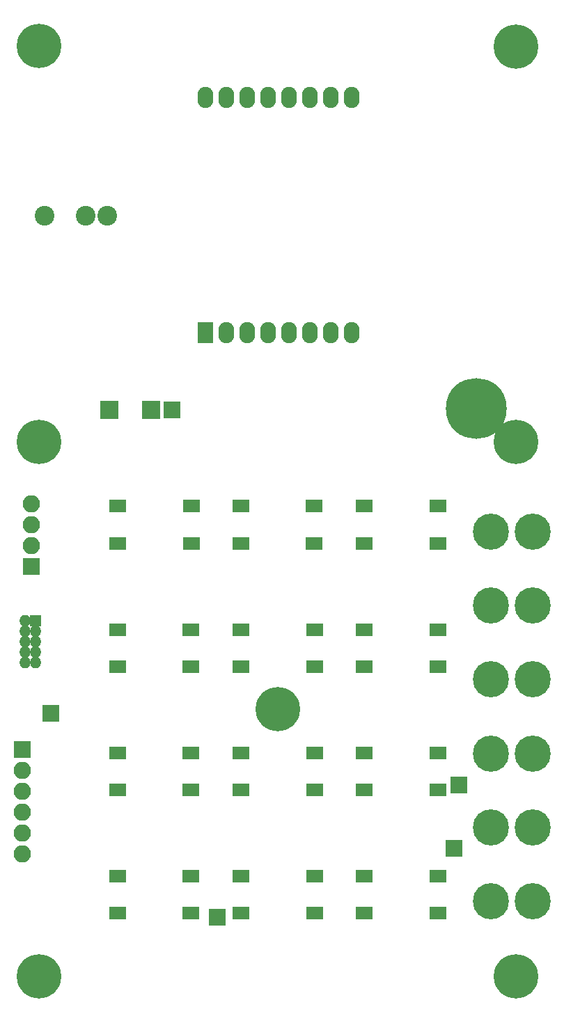
<source format=gbr>
G04 #@! TF.FileFunction,Soldermask,Top*
%FSLAX46Y46*%
G04 Gerber Fmt 4.6, Leading zero omitted, Abs format (unit mm)*
G04 Created by KiCad (PCBNEW 4.0.7-e2-6376~58~ubuntu16.04.1) date Mon Jan 29 21:07:09 2018*
%MOMM*%
%LPD*%
G01*
G04 APERTURE LIST*
%ADD10C,0.100000*%
%ADD11C,7.400000*%
%ADD12C,5.400000*%
%ADD13C,2.400000*%
%ADD14C,4.400000*%
%ADD15R,1.400000X1.400000*%
%ADD16O,1.400000X1.400000*%
%ADD17R,2.300000X2.300000*%
%ADD18R,2.100000X2.100000*%
%ADD19R,1.900000X2.600000*%
%ADD20O,1.900000X2.600000*%
%ADD21R,2.050000X1.500000*%
%ADD22O,2.100000X2.100000*%
G04 APERTURE END LIST*
D10*
D11*
X119160000Y-98100000D03*
D12*
X124020000Y-102210000D03*
X95010000Y-134720000D03*
X66020000Y-102220000D03*
D13*
X71710000Y-74680000D03*
X74309840Y-74680000D03*
X66710160Y-74680000D03*
D12*
X66020000Y-54040000D03*
X124030000Y-54100000D03*
X124020000Y-167220000D03*
D14*
X120920000Y-122100000D03*
X126000000Y-122100000D03*
X120920000Y-131100000D03*
X126000000Y-131100000D03*
X120920000Y-158100000D03*
X126000000Y-158100000D03*
D15*
X65580000Y-123950000D03*
D16*
X64310000Y-123950000D03*
X65580000Y-125220000D03*
X64310000Y-125220000D03*
X65580000Y-126490000D03*
X64310000Y-126490000D03*
X65580000Y-127760000D03*
X64310000Y-127760000D03*
X65580000Y-129030000D03*
X64310000Y-129030000D03*
D12*
X66020000Y-167210000D03*
D14*
X120920000Y-140100000D03*
X126000000Y-140100000D03*
D17*
X79640000Y-98290000D03*
X74560000Y-98290000D03*
D18*
X87700000Y-160040000D03*
X116510000Y-151630000D03*
X117090000Y-143940000D03*
D19*
X86210000Y-88910000D03*
D20*
X88750000Y-88910000D03*
X91290000Y-88910000D03*
X93830000Y-88910000D03*
X93830000Y-60240000D03*
X91290000Y-60240000D03*
X88750000Y-60240000D03*
X86210000Y-60240000D03*
X96370000Y-88910000D03*
X98910000Y-88910000D03*
X101450000Y-88910000D03*
X103990000Y-88910000D03*
X96370000Y-60240000D03*
X98910000Y-60240000D03*
X101450000Y-60240000D03*
X103990000Y-60240000D03*
D18*
X82180000Y-98290000D03*
D21*
X75565000Y-114510000D03*
X75565000Y-110010000D03*
X84515000Y-110010000D03*
X84515000Y-114510000D03*
X90535000Y-114520000D03*
X90535000Y-110020000D03*
X99485000Y-110020000D03*
X99485000Y-114520000D03*
X105535000Y-114520000D03*
X105535000Y-110020000D03*
X114485000Y-110020000D03*
X114485000Y-114520000D03*
X75535000Y-129530000D03*
X75535000Y-125030000D03*
X84485000Y-125030000D03*
X84485000Y-129530000D03*
X90545000Y-129520000D03*
X90545000Y-125020000D03*
X99495000Y-125020000D03*
X99495000Y-129520000D03*
X105545000Y-129520000D03*
X105545000Y-125020000D03*
X114495000Y-125020000D03*
X114495000Y-129520000D03*
X75545000Y-144520000D03*
X75545000Y-140020000D03*
X84495000Y-140020000D03*
X84495000Y-144520000D03*
X90545000Y-144520000D03*
X90545000Y-140020000D03*
X99495000Y-140020000D03*
X99495000Y-144520000D03*
X105545000Y-144520000D03*
X105545000Y-140020000D03*
X114495000Y-140020000D03*
X114495000Y-144520000D03*
X75545000Y-159520000D03*
X75545000Y-155020000D03*
X84495000Y-155020000D03*
X84495000Y-159520000D03*
X90545000Y-159520000D03*
X90545000Y-155020000D03*
X99495000Y-155020000D03*
X99495000Y-159520000D03*
X105545000Y-159520000D03*
X105545000Y-155020000D03*
X114495000Y-155020000D03*
X114495000Y-159520000D03*
D14*
X120920000Y-149100000D03*
X126000000Y-149100000D03*
D18*
X65050000Y-117370000D03*
D22*
X65050000Y-114830000D03*
X65050000Y-112290000D03*
X65050000Y-109750000D03*
D14*
X120920000Y-113100000D03*
X126000000Y-113100000D03*
D18*
X67430000Y-135230000D03*
X63950000Y-139580000D03*
D22*
X63950000Y-142120000D03*
X63950000Y-144660000D03*
X63950000Y-147200000D03*
X63950000Y-149740000D03*
X63950000Y-152280000D03*
M02*

</source>
